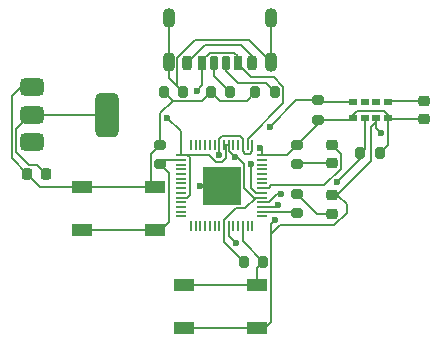
<source format=gbr>
%TF.GenerationSoftware,KiCad,Pcbnew,8.0.6*%
%TF.CreationDate,2025-05-21T19:35:09-04:00*%
%TF.ProjectId,ir_controller,69725f63-6f6e-4747-926f-6c6c65722e6b,rev?*%
%TF.SameCoordinates,Original*%
%TF.FileFunction,Copper,L1,Top*%
%TF.FilePolarity,Positive*%
%FSLAX46Y46*%
G04 Gerber Fmt 4.6, Leading zero omitted, Abs format (unit mm)*
G04 Created by KiCad (PCBNEW 8.0.6) date 2025-05-21 19:35:09*
%MOMM*%
%LPD*%
G01*
G04 APERTURE LIST*
G04 Aperture macros list*
%AMRoundRect*
0 Rectangle with rounded corners*
0 $1 Rounding radius*
0 $2 $3 $4 $5 $6 $7 $8 $9 X,Y pos of 4 corners*
0 Add a 4 corners polygon primitive as box body*
4,1,4,$2,$3,$4,$5,$6,$7,$8,$9,$2,$3,0*
0 Add four circle primitives for the rounded corners*
1,1,$1+$1,$2,$3*
1,1,$1+$1,$4,$5*
1,1,$1+$1,$6,$7*
1,1,$1+$1,$8,$9*
0 Add four rect primitives between the rounded corners*
20,1,$1+$1,$2,$3,$4,$5,0*
20,1,$1+$1,$4,$5,$6,$7,0*
20,1,$1+$1,$6,$7,$8,$9,0*
20,1,$1+$1,$8,$9,$2,$3,0*%
G04 Aperture macros list end*
%TA.AperFunction,SMDPad,CuDef*%
%ADD10R,1.800000X1.100000*%
%TD*%
%TA.AperFunction,SMDPad,CuDef*%
%ADD11RoundRect,0.375000X-0.625000X-0.375000X0.625000X-0.375000X0.625000X0.375000X-0.625000X0.375000X0*%
%TD*%
%TA.AperFunction,SMDPad,CuDef*%
%ADD12RoundRect,0.500000X-0.500000X-1.400000X0.500000X-1.400000X0.500000X1.400000X-0.500000X1.400000X0*%
%TD*%
%TA.AperFunction,SMDPad,CuDef*%
%ADD13R,0.720000X0.600000*%
%TD*%
%TA.AperFunction,SMDPad,CuDef*%
%ADD14RoundRect,0.050000X-0.387500X-0.050000X0.387500X-0.050000X0.387500X0.050000X-0.387500X0.050000X0*%
%TD*%
%TA.AperFunction,SMDPad,CuDef*%
%ADD15RoundRect,0.050000X-0.050000X-0.387500X0.050000X-0.387500X0.050000X0.387500X-0.050000X0.387500X0*%
%TD*%
%TA.AperFunction,HeatsinkPad*%
%ADD16R,3.200000X3.200000*%
%TD*%
%TA.AperFunction,SMDPad,CuDef*%
%ADD17RoundRect,0.200000X0.275000X-0.200000X0.275000X0.200000X-0.275000X0.200000X-0.275000X-0.200000X0*%
%TD*%
%TA.AperFunction,SMDPad,CuDef*%
%ADD18RoundRect,0.200000X0.200000X0.275000X-0.200000X0.275000X-0.200000X-0.275000X0.200000X-0.275000X0*%
%TD*%
%TA.AperFunction,SMDPad,CuDef*%
%ADD19RoundRect,0.200000X-0.200000X-0.275000X0.200000X-0.275000X0.200000X0.275000X-0.200000X0.275000X0*%
%TD*%
%TA.AperFunction,SMDPad,CuDef*%
%ADD20RoundRect,0.200000X-0.275000X0.200000X-0.275000X-0.200000X0.275000X-0.200000X0.275000X0.200000X0*%
%TD*%
%TA.AperFunction,SMDPad,CuDef*%
%ADD21RoundRect,0.175000X0.175000X0.425000X-0.175000X0.425000X-0.175000X-0.425000X0.175000X-0.425000X0*%
%TD*%
%TA.AperFunction,SMDPad,CuDef*%
%ADD22RoundRect,0.190000X-0.190000X-0.410000X0.190000X-0.410000X0.190000X0.410000X-0.190000X0.410000X0*%
%TD*%
%TA.AperFunction,SMDPad,CuDef*%
%ADD23RoundRect,0.200000X-0.200000X-0.400000X0.200000X-0.400000X0.200000X0.400000X-0.200000X0.400000X0*%
%TD*%
%TA.AperFunction,SMDPad,CuDef*%
%ADD24RoundRect,0.175000X-0.175000X-0.425000X0.175000X-0.425000X0.175000X0.425000X-0.175000X0.425000X0*%
%TD*%
%TA.AperFunction,SMDPad,CuDef*%
%ADD25RoundRect,0.190000X0.190000X0.410000X-0.190000X0.410000X-0.190000X-0.410000X0.190000X-0.410000X0*%
%TD*%
%TA.AperFunction,SMDPad,CuDef*%
%ADD26RoundRect,0.200000X0.200000X0.400000X-0.200000X0.400000X-0.200000X-0.400000X0.200000X-0.400000X0*%
%TD*%
%TA.AperFunction,ComponentPad*%
%ADD27O,1.100000X1.700000*%
%TD*%
%TA.AperFunction,SMDPad,CuDef*%
%ADD28RoundRect,0.218750X0.256250X-0.218750X0.256250X0.218750X-0.256250X0.218750X-0.256250X-0.218750X0*%
%TD*%
%TA.AperFunction,SMDPad,CuDef*%
%ADD29RoundRect,0.225000X0.225000X0.250000X-0.225000X0.250000X-0.225000X-0.250000X0.225000X-0.250000X0*%
%TD*%
%TA.AperFunction,SMDPad,CuDef*%
%ADD30RoundRect,0.225000X0.250000X-0.225000X0.250000X0.225000X-0.250000X0.225000X-0.250000X-0.225000X0*%
%TD*%
%TA.AperFunction,ViaPad*%
%ADD31C,0.600000*%
%TD*%
%TA.AperFunction,Conductor*%
%ADD32C,0.200000*%
%TD*%
G04 APERTURE END LIST*
D10*
%TO.P,SW1,1,1*%
%TO.N,GND*%
X36649800Y-48006000D03*
X42849800Y-48006000D03*
%TO.P,SW1,2,2*%
%TO.N,/BOOTSEL*%
X36649800Y-51706000D03*
X42849800Y-51706000D03*
%TD*%
%TO.P,SW2,1,1*%
%TO.N,/RUN*%
X45285800Y-56311800D03*
X51485800Y-56311800D03*
%TO.P,SW2,2,2*%
%TO.N,GND*%
X45285800Y-60011800D03*
X51485800Y-60011800D03*
%TD*%
D11*
%TO.P,U3,1,GND*%
%TO.N,GND*%
X32435400Y-39622100D03*
%TO.P,U3,2,VO*%
%TO.N,/+3.3V*%
X32435400Y-41922100D03*
D12*
X38735400Y-41922100D03*
D11*
%TO.P,U3,3,VI*%
%TO.N,VBUS*%
X32435400Y-44222100D03*
%TD*%
D13*
%TO.P,U2,1,SDA*%
%TO.N,/I2C_SDA*%
X59624800Y-40831000D03*
%TO.P,U2,2,INT*%
%TO.N,/GESTURE_INT*%
X60594800Y-40831000D03*
%TO.P,U2,3,LDR*%
%TO.N,unconnected-(U2-LDR-Pad3)*%
X61564800Y-40831000D03*
%TO.P,U2,4,LED_K*%
%TO.N,GND*%
X62534800Y-40831000D03*
%TO.P,U2,5,LED_A*%
%TO.N,/+3.3V*%
X62534800Y-42231000D03*
%TO.P,U2,6,GND*%
%TO.N,GND*%
X61564800Y-42231000D03*
%TO.P,U2,7,SCL*%
%TO.N,/I2C_SCL*%
X60594800Y-42231000D03*
%TO.P,U2,8,VDD*%
%TO.N,/+3.3V*%
X59624800Y-42231000D03*
%TD*%
D14*
%TO.P,U1,1,IOVDD*%
%TO.N,/+3.3V*%
X45038500Y-45342400D03*
%TO.P,U1,2,GPIO0*%
%TO.N,/BOOTSEL*%
X45038500Y-45742400D03*
%TO.P,U1,3,GPIO1*%
%TO.N,unconnected-(U1-GPIO1-Pad3)*%
X45038500Y-46142400D03*
%TO.P,U1,4,GPIO2*%
%TO.N,unconnected-(U1-GPIO2-Pad4)*%
X45038500Y-46542400D03*
%TO.P,U1,5,GPIO3*%
%TO.N,unconnected-(U1-GPIO3-Pad5)*%
X45038500Y-46942400D03*
%TO.P,U1,6,GPIO4*%
%TO.N,unconnected-(U1-GPIO4-Pad6)*%
X45038500Y-47342400D03*
%TO.P,U1,7,GPIO5*%
%TO.N,unconnected-(U1-GPIO5-Pad7)*%
X45038500Y-47742400D03*
%TO.P,U1,8,GPIO6*%
%TO.N,unconnected-(U1-GPIO6-Pad8)*%
X45038500Y-48142400D03*
%TO.P,U1,9,GPIO7*%
%TO.N,unconnected-(U1-GPIO7-Pad9)*%
X45038500Y-48542400D03*
%TO.P,U1,10,IOVDD*%
%TO.N,/+3.3V*%
X45038500Y-48942400D03*
%TO.P,U1,11,GPIO8*%
%TO.N,unconnected-(U1-GPIO8-Pad11)*%
X45038500Y-49342400D03*
%TO.P,U1,12,GPIO9*%
%TO.N,unconnected-(U1-GPIO9-Pad12)*%
X45038500Y-49742400D03*
%TO.P,U1,13,GPIO10*%
%TO.N,unconnected-(U1-GPIO10-Pad13)*%
X45038500Y-50142400D03*
%TO.P,U1,14,GPIO11*%
%TO.N,unconnected-(U1-GPIO11-Pad14)*%
X45038500Y-50542400D03*
D15*
%TO.P,U1,15,GPIO12*%
%TO.N,unconnected-(U1-GPIO12-Pad15)*%
X45876000Y-51379900D03*
%TO.P,U1,16,GPIO13*%
%TO.N,unconnected-(U1-GPIO13-Pad16)*%
X46276000Y-51379900D03*
%TO.P,U1,17,GPIO14*%
%TO.N,unconnected-(U1-GPIO14-Pad17)*%
X46676000Y-51379900D03*
%TO.P,U1,18,GPIO15*%
%TO.N,unconnected-(U1-GPIO15-Pad18)*%
X47076000Y-51379900D03*
%TO.P,U1,19,TESTEN*%
%TO.N,unconnected-(U1-TESTEN-Pad19)*%
X47476000Y-51379900D03*
%TO.P,U1,20,XIN*%
%TO.N,unconnected-(U1-XIN-Pad20)*%
X47876000Y-51379900D03*
%TO.P,U1,21,XOUT*%
%TO.N,unconnected-(U1-XOUT-Pad21)*%
X48276000Y-51379900D03*
%TO.P,U1,22,IOVDD*%
%TO.N,/+3.3V*%
X48676000Y-51379900D03*
%TO.P,U1,23,DVDD*%
%TO.N,/+1.1V*%
X49076000Y-51379900D03*
%TO.P,U1,24,SWCLK*%
%TO.N,unconnected-(U1-SWCLK-Pad24)*%
X49476000Y-51379900D03*
%TO.P,U1,25,SWD*%
%TO.N,unconnected-(U1-SWD-Pad25)*%
X49876000Y-51379900D03*
%TO.P,U1,26,RUN*%
%TO.N,/RUN*%
X50276000Y-51379900D03*
%TO.P,U1,27,GPIO16*%
%TO.N,unconnected-(U1-GPIO16-Pad27)*%
X50676000Y-51379900D03*
%TO.P,U1,28,GPIO17*%
%TO.N,unconnected-(U1-GPIO17-Pad28)*%
X51076000Y-51379900D03*
D14*
%TO.P,U1,29,GPIO18*%
%TO.N,unconnected-(U1-GPIO18-Pad29)*%
X51913500Y-50542400D03*
%TO.P,U1,30,GPIO19*%
%TO.N,/IR_OUT*%
X51913500Y-50142400D03*
%TO.P,U1,31,GPIO20*%
%TO.N,/I2C_SDA*%
X51913500Y-49742400D03*
%TO.P,U1,32,GPIO21*%
%TO.N,/I2C_SCL*%
X51913500Y-49342400D03*
%TO.P,U1,33,IOVDD*%
%TO.N,/+3.3V*%
X51913500Y-48942400D03*
%TO.P,U1,34,GPIO22*%
%TO.N,/GESTURE_INT*%
X51913500Y-48542400D03*
%TO.P,U1,35,GPIO23*%
%TO.N,/LED_STATUS*%
X51913500Y-48142400D03*
%TO.P,U1,36,GPIO24*%
%TO.N,unconnected-(U1-GPIO24-Pad36)*%
X51913500Y-47742400D03*
%TO.P,U1,37,GPIO25*%
%TO.N,unconnected-(U1-GPIO25-Pad37)*%
X51913500Y-47342400D03*
%TO.P,U1,38,GPIO26_ADC0*%
%TO.N,unconnected-(U1-GPIO26_ADC0-Pad38)*%
X51913500Y-46942400D03*
%TO.P,U1,39,GPIO27_ADC1*%
%TO.N,unconnected-(U1-GPIO27_ADC1-Pad39)*%
X51913500Y-46542400D03*
%TO.P,U1,40,GPIO28_ADC2*%
%TO.N,unconnected-(U1-GPIO28_ADC2-Pad40)*%
X51913500Y-46142400D03*
%TO.P,U1,41,GPIO29_ADC3*%
%TO.N,unconnected-(U1-GPIO29_ADC3-Pad41)*%
X51913500Y-45742400D03*
%TO.P,U1,42,IOVDD*%
%TO.N,/+3.3V*%
X51913500Y-45342400D03*
D15*
%TO.P,U1,43,ADC_AVDD*%
%TO.N,/+1.1V*%
X51076000Y-44504900D03*
%TO.P,U1,44,VREG_IN*%
%TO.N,VBUS*%
X50676000Y-44504900D03*
%TO.P,U1,45,VREG_VOUT*%
%TO.N,/+1.1V*%
X50276000Y-44504900D03*
%TO.P,U1,46,USB_DM*%
%TO.N,unconnected-(U1-USB_DM-Pad46)*%
X49876000Y-44504900D03*
%TO.P,U1,47,USB_DP*%
%TO.N,unconnected-(U1-USB_DP-Pad47)*%
X49476000Y-44504900D03*
%TO.P,U1,48,USB_VDD*%
%TO.N,/+3.3V*%
X49076000Y-44504900D03*
%TO.P,U1,49,IOVDD*%
X48676000Y-44504900D03*
%TO.P,U1,50,DVDD*%
%TO.N,/+1.1V*%
X48276000Y-44504900D03*
%TO.P,U1,51,QSPI_SD3*%
%TO.N,unconnected-(U1-QSPI_SD3-Pad51)*%
X47876000Y-44504900D03*
%TO.P,U1,52,QSPI_SCLK*%
%TO.N,unconnected-(U1-QSPI_SCLK-Pad52)*%
X47476000Y-44504900D03*
%TO.P,U1,53,QSPI_SD0*%
%TO.N,unconnected-(U1-QSPI_SD0-Pad53)*%
X47076000Y-44504900D03*
%TO.P,U1,54,QSPI_SD2*%
%TO.N,unconnected-(U1-QSPI_SD2-Pad54)*%
X46676000Y-44504900D03*
%TO.P,U1,55,QSPI_SD1*%
%TO.N,unconnected-(U1-QSPI_SD1-Pad55)*%
X46276000Y-44504900D03*
%TO.P,U1,56,QSPI_SS*%
%TO.N,unconnected-(U1-QSPI_SS-Pad56)*%
X45876000Y-44504900D03*
D16*
%TO.P,U1,57,GND*%
%TO.N,GND*%
X48476000Y-47942400D03*
%TD*%
D17*
%TO.P,R9,1*%
%TO.N,/IR_OUT*%
X54838600Y-50266600D03*
%TO.P,R9,2*%
%TO.N,Net-(D2-K)*%
X54838600Y-48616600D03*
%TD*%
D18*
%TO.P,R8,1*%
%TO.N,/SHIELD*%
X45211800Y-39993600D03*
%TO.P,R8,2*%
%TO.N,GND*%
X43561800Y-39993600D03*
%TD*%
%TO.P,R7,1*%
%TO.N,/CC2*%
X49212800Y-39993600D03*
%TO.P,R7,2*%
%TO.N,GND*%
X47562800Y-39993600D03*
%TD*%
%TO.P,R6,1*%
%TO.N,/CC1*%
X52985200Y-40019000D03*
%TO.P,R6,2*%
%TO.N,GND*%
X51335200Y-40019000D03*
%TD*%
D19*
%TO.P,R5,1*%
%TO.N,/+3.3V*%
X50342800Y-54356000D03*
%TO.P,R5,2*%
%TO.N,/RUN*%
X51992800Y-54356000D03*
%TD*%
D17*
%TO.P,R4,1*%
%TO.N,/BOOTSEL*%
X43281600Y-46100000D03*
%TO.P,R4,2*%
%TO.N,GND*%
X43281600Y-44450000D03*
%TD*%
%TO.P,R3,1*%
%TO.N,Net-(D1-K)*%
X54838600Y-46138600D03*
%TO.P,R3,2*%
%TO.N,/+3.3V*%
X54838600Y-44488600D03*
%TD*%
D19*
%TO.P,R2,1*%
%TO.N,/I2C_SCL*%
X60211200Y-45174400D03*
%TO.P,R2,2*%
%TO.N,/+3.3V*%
X61861200Y-45174400D03*
%TD*%
D20*
%TO.P,R1,1*%
%TO.N,/I2C_SDA*%
X56642000Y-40704000D03*
%TO.P,R1,2*%
%TO.N,/+3.3V*%
X56642000Y-42354000D03*
%TD*%
D21*
%TO.P,J1,A5,CC1*%
%TO.N,/CC1*%
X48834200Y-37585800D03*
D22*
%TO.P,J1,A9,VBUS*%
%TO.N,VBUS*%
X46814200Y-37585800D03*
D23*
%TO.P,J1,A12,GND*%
%TO.N,/A12*%
X45584200Y-37585800D03*
D24*
%TO.P,J1,B5,CC2*%
%TO.N,/CC2*%
X47834200Y-37585800D03*
D25*
%TO.P,J1,B9,VBUS*%
%TO.N,VBUS*%
X49854200Y-37585800D03*
D26*
%TO.P,J1,B12,GND*%
%TO.N,/A12*%
X51084200Y-37585800D03*
D27*
%TO.P,J1,S1,SHIELD*%
%TO.N,/SHIELD*%
X52654200Y-37505800D03*
X52654200Y-33705800D03*
X44014200Y-37505800D03*
X44014200Y-33705800D03*
%TD*%
D28*
%TO.P,D2,1,K*%
%TO.N,Net-(D2-K)*%
X57785000Y-50292000D03*
%TO.P,D2,2,A*%
%TO.N,GND*%
X57785000Y-48717000D03*
%TD*%
%TO.P,D1,1,K*%
%TO.N,Net-(D1-K)*%
X57785000Y-46050400D03*
%TO.P,D1,2,A*%
%TO.N,/LED_STATUS*%
X57785000Y-44475400D03*
%TD*%
D29*
%TO.P,C2,1*%
%TO.N,/+3.3V*%
X33579800Y-46951300D03*
%TO.P,C2,2*%
%TO.N,GND*%
X32029800Y-46951300D03*
%TD*%
D30*
%TO.P,C1,1*%
%TO.N,/+3.3V*%
X65633600Y-42304200D03*
%TO.P,C1,2*%
%TO.N,GND*%
X65633600Y-40754200D03*
%TD*%
D31*
%TO.N,/+3.3V*%
X38735400Y-41922100D03*
X43881600Y-42164000D03*
%TO.N,GND*%
X42849800Y-48006000D03*
X46634400Y-47942400D03*
%TO.N,/GESTURE_INT*%
X50976769Y-46059743D03*
%TO.N,/+3.3V*%
X49606200Y-45542200D03*
X51739800Y-44754800D03*
%TO.N,/+1.1V*%
X48256851Y-45332294D03*
X49682400Y-52781200D03*
%TO.N,GND*%
X53035200Y-50800000D03*
X48476000Y-47942400D03*
%TO.N,/GESTURE_INT*%
X60594800Y-40831000D03*
%TO.N,/I2C_SCL*%
X58270608Y-47628008D03*
X53517800Y-48615600D03*
%TO.N,/I2C_SDA*%
X53289200Y-49542400D03*
X52535685Y-42959885D03*
%TO.N,GND*%
X61934800Y-43434000D03*
X62534800Y-40831000D03*
%TO.N,VBUS*%
X32435400Y-44222100D03*
X46355000Y-39903400D03*
%TD*%
D32*
%TO.N,/+3.3V*%
X50376769Y-48105215D02*
X50376769Y-46109569D01*
X49809400Y-45542200D02*
X49606200Y-45542200D01*
X51213954Y-48942400D02*
X50376769Y-48105215D01*
X51379640Y-48942400D02*
X51213954Y-48942400D01*
X50376769Y-46109569D02*
X49809400Y-45542200D01*
X45038500Y-43320900D02*
X43881600Y-42164000D01*
X45038500Y-45342400D02*
X45038500Y-43320900D01*
X45572360Y-45342400D02*
X45038500Y-45342400D01*
X45776000Y-45546040D02*
X45572360Y-45342400D01*
X45776000Y-48738760D02*
X45776000Y-45546040D01*
X45572360Y-48942400D02*
X45776000Y-48738760D01*
X45038500Y-48942400D02*
X45572360Y-48942400D01*
%TO.N,GND*%
X46634400Y-47942400D02*
X48476000Y-47942400D01*
%TO.N,/+3.3V*%
X47418428Y-45342400D02*
X45038500Y-45342400D01*
X48008322Y-45932294D02*
X47418428Y-45342400D01*
X48505380Y-45932294D02*
X48008322Y-45932294D01*
X48856851Y-44685751D02*
X48856851Y-45580823D01*
X48856851Y-45580823D02*
X48505380Y-45932294D01*
X48676000Y-44504900D02*
X48856851Y-44685751D01*
%TO.N,/+1.1V*%
X48276000Y-45313145D02*
X48276000Y-44504900D01*
X48256851Y-45332294D02*
X48276000Y-45313145D01*
X50072360Y-43767400D02*
X48479640Y-43767400D01*
X48479640Y-43767400D02*
X48276000Y-43971040D01*
X50276000Y-43971040D02*
X50072360Y-43767400D01*
X48276000Y-43971040D02*
X48276000Y-44504900D01*
X50276000Y-44504900D02*
X50276000Y-43971040D01*
X50479640Y-45242400D02*
X50872360Y-45242400D01*
X50276000Y-45038760D02*
X50479640Y-45242400D01*
X50872360Y-45242400D02*
X51076000Y-45038760D01*
X51076000Y-45038760D02*
X51076000Y-44504900D01*
X50276000Y-44504900D02*
X50276000Y-45038760D01*
%TO.N,/GESTURE_INT*%
X50952400Y-48115160D02*
X51379640Y-48542400D01*
X50962365Y-46074147D02*
X50962365Y-47335635D01*
X50962365Y-47335635D02*
X50952400Y-47345600D01*
X50976769Y-46059743D02*
X50962365Y-46074147D01*
X50952400Y-47345600D02*
X50952400Y-48115160D01*
X51379640Y-48542400D02*
X51913500Y-48542400D01*
%TO.N,/+3.3V*%
X48676000Y-44504900D02*
X49076000Y-44504900D01*
X49076000Y-45038760D02*
X49076000Y-44504900D01*
X49606200Y-45542200D02*
X49579440Y-45542200D01*
X49579440Y-45542200D02*
X49076000Y-45038760D01*
X51913500Y-45342400D02*
X51913500Y-44928500D01*
X51913500Y-44928500D02*
X51739800Y-44754800D01*
%TO.N,/+1.1V*%
X49076000Y-52174800D02*
X49682400Y-52781200D01*
X49076000Y-51379900D02*
X49076000Y-52174800D01*
%TO.N,GND*%
X52692800Y-51142400D02*
X53035200Y-50800000D01*
X52692800Y-52037726D02*
X52692800Y-51142400D01*
%TO.N,/I2C_SCL*%
X52447360Y-49342400D02*
X51913500Y-49342400D01*
X53517800Y-48615600D02*
X53174160Y-48615600D01*
X53174160Y-48615600D02*
X52447360Y-49342400D01*
X60211200Y-45687416D02*
X58270608Y-47628008D01*
X60211200Y-45174400D02*
X60211200Y-45687416D01*
%TO.N,/LED_STATUS*%
X52447360Y-48142400D02*
X51913500Y-48142400D01*
X58560000Y-46490086D02*
X57145686Y-47904400D01*
X52685360Y-47904400D02*
X52447360Y-48142400D01*
X58560000Y-45250400D02*
X58560000Y-46490086D01*
X57785000Y-44475400D02*
X58560000Y-45250400D01*
X57145686Y-47904400D02*
X52685360Y-47904400D01*
%TO.N,/I2C_SDA*%
X53089200Y-49742400D02*
X51913500Y-49742400D01*
X53289200Y-49542400D02*
X53089200Y-49742400D01*
X54791570Y-40704000D02*
X52535685Y-42959885D01*
X56642000Y-40704000D02*
X54791570Y-40704000D01*
%TO.N,GND*%
X42506600Y-45225000D02*
X43281600Y-44450000D01*
X42506600Y-47662800D02*
X42506600Y-45225000D01*
X42849800Y-48006000D02*
X42506600Y-47662800D01*
%TO.N,/BOOTSEL*%
X43639200Y-45742400D02*
X45038500Y-45742400D01*
X43281600Y-46100000D02*
X43639200Y-45742400D01*
X44049800Y-46868200D02*
X43281600Y-46100000D01*
X44049800Y-50997422D02*
X44049800Y-46868200D01*
X43341222Y-51706000D02*
X44049800Y-50997422D01*
X42849800Y-51706000D02*
X43341222Y-51706000D01*
%TO.N,GND*%
X36649800Y-48006000D02*
X42849800Y-48006000D01*
X33084500Y-48006000D02*
X32029800Y-46951300D01*
X36649800Y-48006000D02*
X33084500Y-48006000D01*
%TO.N,/BOOTSEL*%
X42849800Y-51706000D02*
X36649800Y-51706000D01*
%TO.N,/+3.3V*%
X51379640Y-48942400D02*
X51913500Y-48942400D01*
X49679640Y-49842400D02*
X50479640Y-49842400D01*
X50479640Y-49842400D02*
X51379640Y-48942400D01*
X48676000Y-50846040D02*
X49679640Y-49842400D01*
X48676000Y-51379900D02*
X48676000Y-50846040D01*
X48676000Y-52689200D02*
X48676000Y-51379900D01*
X50342800Y-54356000D02*
X48676000Y-52689200D01*
%TO.N,/RUN*%
X50276000Y-52639200D02*
X50276000Y-51379900D01*
X51992800Y-54356000D02*
X50276000Y-52639200D01*
X51485800Y-54863000D02*
X51992800Y-54356000D01*
X51485800Y-56311800D02*
X51485800Y-54863000D01*
X45285800Y-56311800D02*
X51485800Y-56311800D01*
%TO.N,GND*%
X51485800Y-60011800D02*
X45285800Y-60011800D01*
X52692800Y-59473600D02*
X52154600Y-60011800D01*
X53425888Y-51304638D02*
X52692800Y-52037726D01*
X52692800Y-52037726D02*
X52692800Y-59473600D01*
X58020645Y-51304638D02*
X53425888Y-51304638D01*
X52154600Y-60011800D02*
X51485800Y-60011800D01*
X59051623Y-50273660D02*
X58020645Y-51304638D01*
X59051623Y-49508624D02*
X59051623Y-50273660D01*
X58259999Y-48717000D02*
X59051623Y-49508624D01*
X57785000Y-48717000D02*
X58259999Y-48717000D01*
%TO.N,/IR_OUT*%
X54838600Y-50266600D02*
X54714400Y-50142400D01*
X54714400Y-50142400D02*
X51913500Y-50142400D01*
%TO.N,Net-(D2-K)*%
X56514000Y-50292000D02*
X54838600Y-48616600D01*
X57785000Y-50292000D02*
X56514000Y-50292000D01*
%TO.N,/+3.3V*%
X53984800Y-45342400D02*
X54838600Y-44488600D01*
X51913500Y-45342400D02*
X53984800Y-45342400D01*
X56642000Y-42685200D02*
X54838600Y-44488600D01*
X56642000Y-42354000D02*
X56642000Y-42685200D01*
%TO.N,Net-(D1-K)*%
X54926800Y-46050400D02*
X54838600Y-46138600D01*
X57785000Y-46050400D02*
X54926800Y-46050400D01*
%TO.N,GND*%
X61564800Y-43064000D02*
X61934800Y-43434000D01*
X61564800Y-42231000D02*
X61564800Y-43064000D01*
X61564800Y-42524400D02*
X61564800Y-42231000D01*
X61161200Y-42928000D02*
X61564800Y-42524400D01*
X61161200Y-45815799D02*
X61161200Y-42928000D01*
X58259999Y-48717000D02*
X61161200Y-45815799D01*
%TO.N,/+3.3V*%
X59624800Y-41941000D02*
X59624800Y-42231000D01*
X59934800Y-41631000D02*
X59624800Y-41941000D01*
X62224800Y-41631000D02*
X59934800Y-41631000D01*
X62534800Y-42231000D02*
X62534800Y-41941000D01*
X62534800Y-41941000D02*
X62224800Y-41631000D01*
%TO.N,/I2C_SCL*%
X60594800Y-44790800D02*
X60594800Y-42231000D01*
X60211200Y-45174400D02*
X60594800Y-44790800D01*
%TO.N,/+3.3V*%
X59501800Y-42354000D02*
X59624800Y-42231000D01*
X56642000Y-42354000D02*
X59501800Y-42354000D01*
%TO.N,/I2C_SDA*%
X56769000Y-40831000D02*
X56642000Y-40704000D01*
X59624800Y-40831000D02*
X56769000Y-40831000D01*
%TO.N,/+3.3V*%
X62534800Y-44500800D02*
X61861200Y-45174400D01*
X62534800Y-42231000D02*
X62534800Y-44500800D01*
X62608000Y-42304200D02*
X62534800Y-42231000D01*
X65633600Y-42304200D02*
X62608000Y-42304200D01*
%TO.N,GND*%
X62611600Y-40754200D02*
X62534800Y-40831000D01*
X65633600Y-40754200D02*
X62611600Y-40754200D01*
%TO.N,VBUS*%
X46814200Y-39444200D02*
X46355000Y-39903400D01*
X46814200Y-37585800D02*
X46814200Y-39444200D01*
%TO.N,GND*%
X43281600Y-41823800D02*
X43281600Y-44450000D01*
X44336800Y-40768600D02*
X43281600Y-41823800D01*
%TO.N,VBUS*%
X53695600Y-40951440D02*
X50676000Y-43971040D01*
X53695600Y-39541752D02*
X53695600Y-40951440D01*
X52914248Y-38760400D02*
X53695600Y-39541752D01*
X49854200Y-37668448D02*
X50946152Y-38760400D01*
X50676000Y-43971040D02*
X50676000Y-44504900D01*
X49854200Y-37585800D02*
X49854200Y-37668448D01*
X50946152Y-38760400D02*
X52914248Y-38760400D01*
%TO.N,GND*%
X44336800Y-40768600D02*
X43561800Y-39993600D01*
X47562800Y-39993600D02*
X46787800Y-40768600D01*
X46787800Y-40768600D02*
X44336800Y-40768600D01*
X48337800Y-40768600D02*
X47562800Y-39993600D01*
X50585600Y-40768600D02*
X48337800Y-40768600D01*
X51335200Y-40019000D02*
X50585600Y-40768600D01*
%TO.N,/CC2*%
X47834200Y-38615000D02*
X49212800Y-39993600D01*
X47834200Y-37585800D02*
X47834200Y-38615000D01*
%TO.N,/CC1*%
X52210200Y-39244000D02*
X52985200Y-40019000D01*
X49892400Y-39244000D02*
X52210200Y-39244000D01*
X48834200Y-38185800D02*
X49892400Y-39244000D01*
X48834200Y-37585800D02*
X48834200Y-38185800D01*
%TO.N,VBUS*%
X49854200Y-36985800D02*
X49554200Y-36685800D01*
X49854200Y-37585800D02*
X49854200Y-36985800D01*
X49554200Y-36685800D02*
X47457598Y-36685800D01*
X47457598Y-36685800D02*
X46814200Y-37329198D01*
X46814200Y-37329198D02*
X46814200Y-37585800D01*
%TO.N,/A12*%
X47065570Y-36036200D02*
X45584200Y-37517570D01*
X51084200Y-36985800D02*
X50134600Y-36036200D01*
X51084200Y-37585800D02*
X51084200Y-36985800D01*
X50134600Y-36036200D02*
X47065570Y-36036200D01*
X45584200Y-37517570D02*
X45584200Y-37585800D01*
%TO.N,/SHIELD*%
X44704000Y-37153352D02*
X44704000Y-39485800D01*
X46221152Y-35636200D02*
X44704000Y-37153352D01*
X50784600Y-35636200D02*
X46221152Y-35636200D01*
X44704000Y-39485800D02*
X45211800Y-39993600D01*
X52654200Y-37505800D02*
X50784600Y-35636200D01*
%TO.N,/+3.3V*%
X32435400Y-41922100D02*
X38735400Y-41922100D01*
X32181800Y-46176300D02*
X32804800Y-46176300D01*
X31098609Y-43094791D02*
X31098609Y-45093109D01*
X31098609Y-45093109D02*
X32181800Y-46176300D01*
X32804800Y-46176300D02*
X33579800Y-46951300D01*
X32271300Y-41922100D02*
X31098609Y-43094791D01*
X32435400Y-41922100D02*
X32271300Y-41922100D01*
%TO.N,GND*%
X30698609Y-45620109D02*
X32029800Y-46951300D01*
X30761183Y-40363611D02*
X30698609Y-43038655D01*
X31502694Y-39622100D02*
X30761183Y-40363611D01*
X30698609Y-43038655D02*
X30698609Y-45620109D01*
X32435400Y-39622100D02*
X31502694Y-39622100D01*
%TO.N,/SHIELD*%
X44014200Y-38796000D02*
X45211800Y-39993600D01*
X44014200Y-37505800D02*
X44014200Y-38796000D01*
X44014200Y-33705800D02*
X44014200Y-37505800D01*
X52654200Y-33705800D02*
X52654200Y-37505800D01*
%TD*%
M02*

</source>
